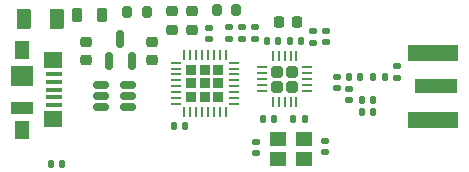
<source format=gbr>
%TF.GenerationSoftware,KiCad,Pcbnew,(6.0.1)*%
%TF.CreationDate,2023-01-10T16:42:07+03:00*%
%TF.ProjectId,STM32RF,53544d33-3252-4462-9e6b-696361645f70,0.1v*%
%TF.SameCoordinates,Original*%
%TF.FileFunction,Paste,Top*%
%TF.FilePolarity,Positive*%
%FSLAX46Y46*%
G04 Gerber Fmt 4.6, Leading zero omitted, Abs format (unit mm)*
G04 Created by KiCad (PCBNEW (6.0.1)) date 2023-01-10 16:42:07*
%MOMM*%
%LPD*%
G01*
G04 APERTURE LIST*
G04 Aperture macros list*
%AMRoundRect*
0 Rectangle with rounded corners*
0 $1 Rounding radius*
0 $2 $3 $4 $5 $6 $7 $8 $9 X,Y pos of 4 corners*
0 Add a 4 corners polygon primitive as box body*
4,1,4,$2,$3,$4,$5,$6,$7,$8,$9,$2,$3,0*
0 Add four circle primitives for the rounded corners*
1,1,$1+$1,$2,$3*
1,1,$1+$1,$4,$5*
1,1,$1+$1,$6,$7*
1,1,$1+$1,$8,$9*
0 Add four rect primitives between the rounded corners*
20,1,$1+$1,$2,$3,$4,$5,0*
20,1,$1+$1,$4,$5,$6,$7,0*
20,1,$1+$1,$6,$7,$8,$9,0*
20,1,$1+$1,$8,$9,$2,$3,0*%
G04 Aperture macros list end*
%ADD10RoundRect,0.147500X-0.147500X-0.172500X0.147500X-0.172500X0.147500X0.172500X-0.147500X0.172500X0*%
%ADD11RoundRect,0.140000X0.170000X-0.140000X0.170000X0.140000X-0.170000X0.140000X-0.170000X-0.140000X0*%
%ADD12RoundRect,0.218750X-0.256250X0.218750X-0.256250X-0.218750X0.256250X-0.218750X0.256250X0.218750X0*%
%ADD13RoundRect,0.225000X-0.250000X0.225000X-0.250000X-0.225000X0.250000X-0.225000X0.250000X0.225000X0*%
%ADD14RoundRect,0.250000X-0.375000X-0.625000X0.375000X-0.625000X0.375000X0.625000X-0.375000X0.625000X0*%
%ADD15RoundRect,0.140000X-0.170000X0.140000X-0.170000X-0.140000X0.170000X-0.140000X0.170000X0.140000X0*%
%ADD16RoundRect,0.225000X-0.225000X-0.250000X0.225000X-0.250000X0.225000X0.250000X-0.225000X0.250000X0*%
%ADD17R,1.380000X0.450000*%
%ADD18R,1.900000X1.000000*%
%ADD19R,1.550000X1.425000*%
%ADD20R,1.300000X1.650000*%
%ADD21R,1.900000X1.800000*%
%ADD22RoundRect,0.140000X-0.140000X-0.170000X0.140000X-0.170000X0.140000X0.170000X-0.140000X0.170000X0*%
%ADD23RoundRect,0.140000X0.140000X0.170000X-0.140000X0.170000X-0.140000X-0.170000X0.140000X-0.170000X0*%
%ADD24RoundRect,0.150000X0.512500X0.150000X-0.512500X0.150000X-0.512500X-0.150000X0.512500X-0.150000X0*%
%ADD25RoundRect,0.135000X0.185000X-0.135000X0.185000X0.135000X-0.185000X0.135000X-0.185000X-0.135000X0*%
%ADD26R,1.400000X1.200000*%
%ADD27RoundRect,0.147500X0.172500X-0.147500X0.172500X0.147500X-0.172500X0.147500X-0.172500X-0.147500X0*%
%ADD28RoundRect,0.150000X0.150000X-0.587500X0.150000X0.587500X-0.150000X0.587500X-0.150000X-0.587500X0*%
%ADD29RoundRect,0.200000X0.200000X0.275000X-0.200000X0.275000X-0.200000X-0.275000X0.200000X-0.275000X0*%
%ADD30RoundRect,0.200000X-0.200000X-0.275000X0.200000X-0.275000X0.200000X0.275000X-0.200000X0.275000X0*%
%ADD31RoundRect,0.250000X-0.255000X-0.255000X0.255000X-0.255000X0.255000X0.255000X-0.255000X0.255000X0*%
%ADD32RoundRect,0.062500X-0.350000X-0.062500X0.350000X-0.062500X0.350000X0.062500X-0.350000X0.062500X0*%
%ADD33RoundRect,0.062500X-0.062500X-0.350000X0.062500X-0.350000X0.062500X0.350000X-0.062500X0.350000X0*%
%ADD34RoundRect,0.147500X-0.172500X0.147500X-0.172500X-0.147500X0.172500X-0.147500X0.172500X0.147500X0*%
%ADD35R,3.600000X1.270000*%
%ADD36R,4.200000X1.350000*%
%ADD37RoundRect,0.232500X-0.232500X0.232500X-0.232500X-0.232500X0.232500X-0.232500X0.232500X0.232500X0*%
%ADD38RoundRect,0.062500X-0.062500X0.375000X-0.062500X-0.375000X0.062500X-0.375000X0.062500X0.375000X0*%
%ADD39RoundRect,0.062500X-0.375000X0.062500X-0.375000X-0.062500X0.375000X-0.062500X0.375000X0.062500X0*%
%ADD40RoundRect,0.225000X0.250000X-0.225000X0.250000X0.225000X-0.250000X0.225000X-0.250000X-0.225000X0*%
%ADD41RoundRect,0.218750X-0.218750X-0.381250X0.218750X-0.381250X0.218750X0.381250X-0.218750X0.381250X0*%
%ADD42RoundRect,0.135000X0.135000X0.185000X-0.135000X0.185000X-0.135000X-0.185000X0.135000X-0.185000X0*%
G04 APERTURE END LIST*
D10*
%TO.C,L1*%
X60250000Y-28900000D03*
X61220000Y-28900000D03*
%TD*%
D11*
%TO.C,C16*%
X64300000Y-28980000D03*
X64300000Y-28020000D03*
%TD*%
D12*
%TO.C,D1*%
X45300000Y-23325000D03*
X45300000Y-24900000D03*
%TD*%
D13*
%TO.C,C1*%
X38000000Y-25925000D03*
X38000000Y-27475000D03*
%TD*%
D14*
%TO.C,F1*%
X32700000Y-24000000D03*
X35500000Y-24000000D03*
%TD*%
D15*
%TO.C,C13*%
X58200000Y-34340000D03*
X58200000Y-35300000D03*
%TD*%
D16*
%TO.C,C8*%
X54325000Y-24300000D03*
X55875000Y-24300000D03*
%TD*%
D17*
%TO.C,J1*%
X35260000Y-28700000D03*
X35260000Y-29350000D03*
X35260000Y-30000000D03*
X35260000Y-30650000D03*
X35260000Y-31300000D03*
D18*
X32600000Y-31550000D03*
D19*
X35175000Y-32487500D03*
X35175000Y-27512500D03*
D20*
X32600000Y-33375000D03*
D21*
X32600000Y-28850000D03*
D20*
X32600000Y-26625000D03*
%TD*%
D22*
%TO.C,C15*%
X62320000Y-28900000D03*
X63280000Y-28900000D03*
%TD*%
D23*
%TO.C,C3*%
X35960000Y-36300000D03*
X35000000Y-36300000D03*
%TD*%
D24*
%TO.C,U2*%
X41537500Y-31450000D03*
X41537500Y-30500000D03*
X41537500Y-29550000D03*
X39262500Y-29550000D03*
X39262500Y-30500000D03*
X39262500Y-31450000D03*
%TD*%
D11*
%TO.C,C5*%
X50100000Y-25680000D03*
X50100000Y-24720000D03*
%TD*%
D22*
%TO.C,C17*%
X61320000Y-31900000D03*
X62280000Y-31900000D03*
%TD*%
D25*
%TO.C,R1*%
X52300000Y-25710000D03*
X52300000Y-24690000D03*
%TD*%
D11*
%TO.C,C14*%
X52400000Y-35360000D03*
X52400000Y-34400000D03*
%TD*%
D26*
%TO.C,Y1*%
X56400000Y-34150000D03*
X54200000Y-34150000D03*
X54200000Y-35850000D03*
X56400000Y-35850000D03*
%TD*%
D22*
%TO.C,C18*%
X61320000Y-30900000D03*
X62280000Y-30900000D03*
%TD*%
D27*
%TO.C,L3*%
X60220000Y-30870000D03*
X60220000Y-29900000D03*
%TD*%
D28*
%TO.C,U1*%
X39950000Y-27537500D03*
X41850000Y-27537500D03*
X40900000Y-25662500D03*
%TD*%
D29*
%TO.C,R2*%
X43125000Y-23400000D03*
X41475000Y-23400000D03*
%TD*%
D12*
%TO.C,D2*%
X47000000Y-23325000D03*
X47000000Y-24900000D03*
%TD*%
D11*
%TO.C,C4*%
X51200000Y-25680000D03*
X51200000Y-24720000D03*
%TD*%
D30*
%TO.C,R3*%
X49075000Y-23200000D03*
X50725000Y-23200000D03*
%TD*%
D11*
%TO.C,C7*%
X48400000Y-25700000D03*
X48400000Y-24740000D03*
%TD*%
D31*
%TO.C,U4*%
X55425000Y-29725000D03*
X54175000Y-28475000D03*
X54175000Y-29725000D03*
X55425000Y-28475000D03*
D32*
X52862500Y-28100000D03*
X52862500Y-28600000D03*
X52862500Y-29100000D03*
X52862500Y-29600000D03*
X52862500Y-30100000D03*
D33*
X53800000Y-31037500D03*
X54300000Y-31037500D03*
X54800000Y-31037500D03*
X55300000Y-31037500D03*
X55800000Y-31037500D03*
D32*
X56737500Y-30100000D03*
X56737500Y-29600000D03*
X56737500Y-29100000D03*
X56737500Y-28600000D03*
X56737500Y-28100000D03*
D33*
X55800000Y-27162500D03*
X55300000Y-27162500D03*
X54800000Y-27162500D03*
X54300000Y-27162500D03*
X53800000Y-27162500D03*
%TD*%
D22*
%TO.C,C11*%
X55220000Y-25900000D03*
X56180000Y-25900000D03*
%TD*%
D11*
%TO.C,C10*%
X58300000Y-25980000D03*
X58300000Y-25020000D03*
%TD*%
D34*
%TO.C,L2*%
X59200000Y-28915000D03*
X59200000Y-29885000D03*
%TD*%
D35*
%TO.C,J2*%
X67600000Y-29700000D03*
D36*
X67400000Y-26875000D03*
X67400000Y-32525000D03*
%TD*%
D23*
%TO.C,C6*%
X46380000Y-33100000D03*
X45420000Y-33100000D03*
%TD*%
D22*
%TO.C,C9*%
X52980000Y-32500000D03*
X53940000Y-32500000D03*
%TD*%
D23*
%TO.C,C12*%
X54280000Y-25900000D03*
X53320000Y-25900000D03*
%TD*%
D37*
%TO.C,U3*%
X49200000Y-29450000D03*
X46900000Y-29450000D03*
X49200000Y-28300000D03*
X49200000Y-30600000D03*
X46900000Y-28300000D03*
X48050000Y-30600000D03*
X48050000Y-28300000D03*
X46900000Y-30600000D03*
X48050000Y-29450000D03*
D38*
X49800000Y-27012500D03*
X49300000Y-27012500D03*
X48800000Y-27012500D03*
X48300000Y-27012500D03*
X47800000Y-27012500D03*
X47300000Y-27012500D03*
X46800000Y-27012500D03*
X46300000Y-27012500D03*
D39*
X45612500Y-27700000D03*
X45612500Y-28200000D03*
X45612500Y-28700000D03*
X45612500Y-29200000D03*
X45612500Y-29700000D03*
X45612500Y-30200000D03*
X45612500Y-30700000D03*
X45612500Y-31200000D03*
D38*
X46300000Y-31887500D03*
X46800000Y-31887500D03*
X47300000Y-31887500D03*
X47800000Y-31887500D03*
X48300000Y-31887500D03*
X48800000Y-31887500D03*
X49300000Y-31887500D03*
X49800000Y-31887500D03*
D39*
X50487500Y-31200000D03*
X50487500Y-30700000D03*
X50487500Y-30200000D03*
X50487500Y-29700000D03*
X50487500Y-29200000D03*
X50487500Y-28700000D03*
X50487500Y-28200000D03*
X50487500Y-27700000D03*
%TD*%
D40*
%TO.C,C2*%
X43600000Y-27475000D03*
X43600000Y-25925000D03*
%TD*%
D41*
%TO.C,FB1*%
X37237500Y-23700000D03*
X39362500Y-23700000D03*
%TD*%
D25*
%TO.C,R4*%
X57200000Y-26010000D03*
X57200000Y-24990000D03*
%TD*%
D42*
%TO.C,R5*%
X56510000Y-32500000D03*
X55490000Y-32500000D03*
%TD*%
M02*

</source>
